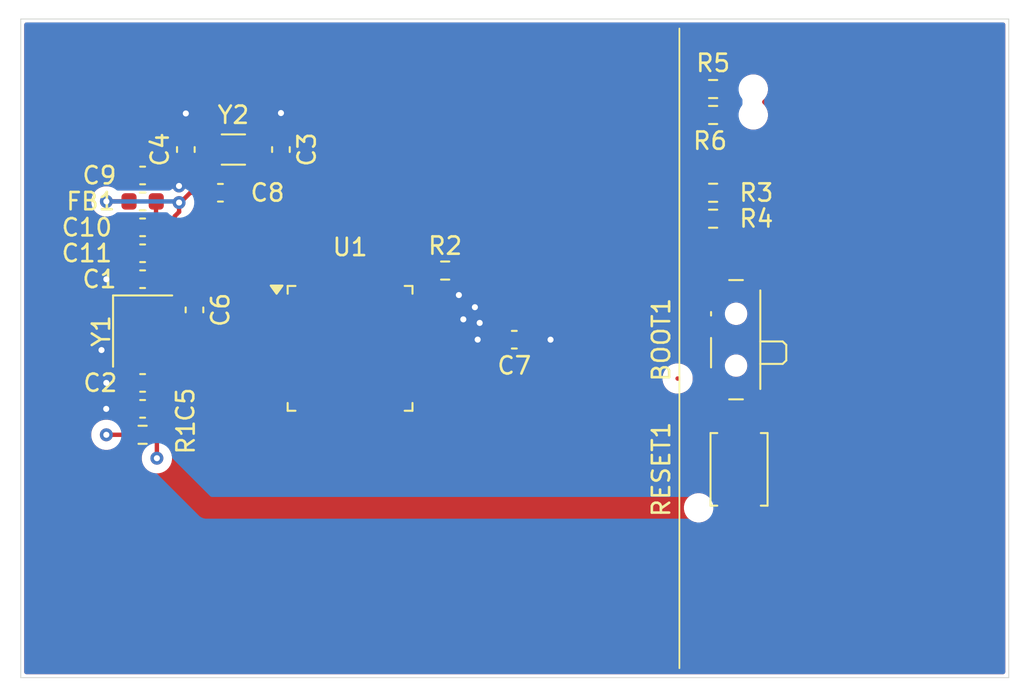
<source format=kicad_pcb>
(kicad_pcb (version 20241229) (generator "pcbnew") (generator_version "9.0")
  (layers (0 "F.Cu" signal) (2 "B.Cu" signal) (13 "F.Paste" user) (15 "B.Paste" user) (5 "F.SilkS" user "F.Silkscreen") (7 "B.SilkS" user "B.Silkscreen") (1 "F.Mask" user) (3 "B.Mask" user) (25 "Edge.Cuts" user))
  (net 0 "")
  (net 1 "GND")
  (net 2 "+3V3")
  (net 3 "BOOT0")
  (net 4 "PF2")
  (net 5 "OSC-OUT")
  (net 6 "PA10")
  (net 7 "PA15")
  (net 8 "VREF+")
  (net 9 "OSC-IN")
  (net 10 "OSC32-IN")
  (net 11 "OSC32-OUT")
  (net 12 "PB11")
  (net 13 "PB2")
  (net 14 "PD2")
  (net 15 "MOSI")
  (net 16 "PA13")
  (net 17 "PA1")
  (net 18 "PA11")
  (net 19 "PB13")
  (net 20 "PB0")
  (net 21 "PB14")
  (net 22 "PB10")
  (net 23 "PB9")
  (net 24 "PA12")
  (net 25 "PA4")
  (net 26 "PB15")
  (net 27 "PD3")
  (net 28 "PB6")
  (net 29 "PB3")
  (net 30 "MISO")
  (net 31 "PD1")
  (net 32 "PA3")
  (net 33 "PC15")
  (net 34 "PA0")
  (net 35 "PB1")
  (net 36 "PB4")
  (net 37 "PB12")
  (net 38 "PA8")
  (net 39 "PD0")
  (net 40 "PB5")
  (net 41 "SWCLK")
  (net 42 "SWDIO")
  (net 43 "PA9")
  (net 44 "PA7")
  (net 45 "PA5")
  (net 46 "PB7")
  (net 47 "PB8")
  (net 48 "Net-(BOOT1-B)")
  (footprint "Resistor_SMD:R_0603_1608Metric" (layer "F.Cu") (at 116.25 43.65)
    (property "Reference" "R6" (at -0.175 1.5 0) (layer "F.SilkS"))
    (property "Value" "4K7")
    (fp_line (start -0.237258 -0.5225) (end 0.237258 -0.5225) (stroke (width 0.12)) (layer "F.SilkS"))
    (fp_line (start -0.237258 0.5225) (end 0.237258 0.5225) (stroke (width 0.12)) (layer "F.SilkS"))
    (pad "1" smd roundrect (at -0.825 0) (size 0.8 0.95) (layers "F.Cu" "F.Mask" "F.Paste") (net 43 "PA9"))
    (pad "2" smd roundrect (at 0.825 0) (size 0.8 0.95) (layers "F.Cu" "F.Mask" "F.Paste") (net 2 "+3V3"))
  )
  (footprint "Capacitor_SMD:C_0603_1608Metric" (layer "F.Cu") (at 104.75 56.65 180)
    (property "Reference" "C7" (at 0 -1.5 0) (layer "F.SilkS"))
    (property "Value" "100n")
    (fp_line (start -0.14058 0.51) (end 0.14058 0.51) (stroke (width 0.12)) (layer "F.SilkS"))
    (fp_line (start -0.14058 -0.51) (end 0.14058 -0.51) (stroke (width 0.12)) (layer "F.SilkS"))
    (pad "1" smd roundrect (at -0.775 0 180) (size 0.9 0.95) (layers "F.Cu" "F.Mask" "F.Paste") (net 1 "GND"))
    (pad "2" smd roundrect (at 0.775 0 180) (size 0.9 0.95) (layers "F.Cu" "F.Mask" "F.Paste") (net 2 "+3V3"))
  )
  (footprint "Resistor_SMD:R_0603_1608Metric" (layer "F.Cu") (at 100.75 52.65)
    (property "Reference" "R2" (at 0 -1.43 0) (layer "F.SilkS"))
    (property "Value" "10K" (hide yes))
    (fp_line (start -0.237258 -0.5225) (end 0.237258 -0.5225) (stroke (width 0.12)) (layer "F.SilkS"))
    (fp_line (start -0.237258 0.5225) (end 0.237258 0.5225) (stroke (width 0.12)) (layer "F.SilkS"))
    (pad "1" smd roundrect (at -0.825 0) (size 0.8 0.95) (layers "F.Cu" "F.Mask" "F.Paste") (net 3 "BOOT0"))
    (pad "2" smd roundrect (at 0.825 0) (size 0.8 0.95) (layers "F.Cu" "F.Mask" "F.Paste") (net 48 "Net-(BOOT1-B)"))
  )
  (footprint "Capacitor_SMD:C_0603_1608Metric" (layer "F.Cu") (at 85.75 45.65 -90)
    (property "Reference" "C4" (at 0 1.5 90) (layer "F.SilkS"))
    (property "Value" "12p")
    (fp_line (start -0.14058 0.51) (end 0.14058 0.51) (stroke (width 0.12)) (layer "F.SilkS"))
    (fp_line (start -0.14058 -0.51) (end 0.14058 -0.51) (stroke (width 0.12)) (layer "F.SilkS"))
    (pad "1" smd roundrect (at -0.775 0 270) (size 0.9 0.95) (layers "F.Cu" "F.Mask" "F.Paste") (net 1 "GND"))
    (pad "2" smd roundrect (at 0.775 0 270) (size 0.9 0.95) (layers "F.Cu" "F.Mask" "F.Paste") (net 11 "OSC32-OUT"))
  )
  (footprint "Capacitor_SMD:C_0603_1608Metric" (layer "F.Cu") (at 87.75 48.15 180)
    (property "Reference" "C8" (at -2.725 0 0) (layer "F.SilkS"))
    (property "Value" "100n")
    (fp_line (start -0.14058 0.51) (end 0.14058 0.51) (stroke (width 0.12)) (layer "F.SilkS"))
    (fp_line (start -0.14058 -0.51) (end 0.14058 -0.51) (stroke (width 0.12)) (layer "F.SilkS"))
    (pad "1" smd roundrect (at -0.775 0 180) (size 0.9 0.95) (layers "F.Cu" "F.Mask" "F.Paste") (net 1 "GND"))
    (pad "2" smd roundrect (at 0.775 0 180) (size 0.9 0.95) (layers "F.Cu" "F.Mask" "F.Paste") (net 2 "+3V3"))
  )
  (footprint "Capacitor_SMD:C_0603_1608Metric" (layer "F.Cu") (at 83.25 51.65)
    (property "Reference" "C11" (at -3.225 0 0) (layer "F.SilkS"))
    (property "Value" "100n" (hide yes))
    (fp_line (start -0.14058 -0.51) (end 0.14058 -0.51) (stroke (width 0.12)) (layer "F.SilkS"))
    (fp_line (start -0.14058 0.51) (end 0.14058 0.51) (stroke (width 0.12)) (layer "F.SilkS"))
    (pad "1" smd roundrect (at -0.775 0) (size 0.9 0.95) (layers "F.Cu" "F.Mask" "F.Paste") (net 1 "GND"))
    (pad "2" smd roundrect (at 0.775 0) (size 0.9 0.95) (layers "F.Cu" "F.Mask" "F.Paste") (net 8 "VREF+"))
  )
  (footprint "Capacitor_SMD:C_0603_1608Metric" (layer "F.Cu") (at 86.25 54.925 90)
    (property "Reference" "C6" (at 0 1.5 90) (layer "F.SilkS"))
    (property "Value" "100n" (hide yes))
    (fp_line (start -0.14058 -0.51) (end 0.14058 -0.51) (stroke (width 0.12)) (layer "F.SilkS"))
    (fp_line (start -0.14058 0.51) (end 0.14058 0.51) (stroke (width 0.12)) (layer "F.SilkS"))
    (pad "1" smd roundrect (at -0.775 0 90) (size 0.9 0.95) (layers "F.Cu" "F.Mask" "F.Paste") (net 1 "GND"))
    (pad "2" smd roundrect (at 0.775 0 90) (size 0.9 0.95) (layers "F.Cu" "F.Mask" "F.Paste") (net 2 "+3V3"))
  )
  (footprint "Crystal:Crystal_SMD_3215-2Pin_3.2x1.5mm" (layer "F.Cu") (at 88.5 45.65)
    (property "Reference" "Y2" (at 0 -2 0) (layer "F.SilkS"))
    (property "Value" "32.768kHz SMD3215-2P")
    (fp_line (start -0.675 -0.875) (end 0.675 -0.875) (stroke (width 0.12)) (layer "F.SilkS"))
    (fp_line (start -0.675 0.875) (end 0.675 0.875) (stroke (width 0.12)) (layer "F.SilkS"))
    (pad "1" smd rect (at 1.25 0) (size 1 1.8) (layers "F.Cu" "F.Mask" "F.Paste") (net 10 "OSC32-IN"))
    (pad "2" smd rect (at -1.25 0) (size 1 1.8) (layers "F.Cu" "F.Mask" "F.Paste") (net 11 "OSC32-OUT"))
  )
  (footprint "Resistor_SMD:R_0603_1608Metric" (layer "F.Cu") (at 116.25 49.65)
    (property "Reference" "R4" (at 2.5 0 0) (layer "F.SilkS"))
    (property "Value" "33R" (hide yes))
    (fp_line (start -0.237258 -0.5225) (end 0.237258 -0.5225) (stroke (width 0.12)) (layer "F.SilkS"))
    (fp_line (start -0.237258 0.5225) (end 0.237258 0.5225) (stroke (width 0.12)) (layer "F.SilkS"))
    (pad "1" smd roundrect (at -0.825 0) (size 0.8 0.95) (layers "F.Cu" "F.Mask" "F.Paste") (net 16 "PA13"))
    (pad "2" smd roundrect (at 0.825 0) (size 0.8 0.95) (layers "F.Cu" "F.Mask" "F.Paste") (net 42 "SWDIO"))
  )
  (footprint "Capacitor_SMD:C_0603_1608Metric" (layer "F.Cu") (at 83.25 60.65 180)
    (property "Reference" "C5" (at -2.476483 0.23694 90) (layer "F.SilkS"))
    (property "Value" "100n")
    (fp_line (start -0.14058 0.51) (end 0.14058 0.51) (stroke (width 0.12)) (layer "F.SilkS"))
    (fp_line (start -0.14058 -0.51) (end 0.14058 -0.51) (stroke (width 0.12)) (layer "F.SilkS"))
    (pad "1" smd roundrect (at -0.775 0 180) (size 0.9 0.95) (layers "F.Cu" "F.Mask" "F.Paste") (net 4 "PF2"))
    (pad "2" smd roundrect (at 0.775 0 180) (size 0.9 0.95) (layers "F.Cu" "F.Mask" "F.Paste") (net 1 "GND"))
  )
  (footprint "Capacitor_SMD:C_0603_1608Metric" (layer "F.Cu") (at 91.25 45.65 -90)
    (property "Reference" "C3" (at 0 -1.5 90) (layer "F.SilkS"))
    (property "Value" "12p")
    (fp_line (start -0.14058 0.51) (end 0.14058 0.51) (stroke (width 0.12)) (layer "F.SilkS"))
    (fp_line (start -0.14058 -0.51) (end 0.14058 -0.51) (stroke (width 0.12)) (layer "F.SilkS"))
    (pad "1" smd roundrect (at -0.775 0 270) (size 0.9 0.95) (layers "F.Cu" "F.Mask" "F.Paste") (net 1 "GND"))
    (pad "2" smd roundrect (at 0.775 0 270) (size 0.9 0.95) (layers "F.Cu" "F.Mask" "F.Paste") (net 10 "OSC32-IN"))
  )
  (footprint "Capacitor_SMD:C_0603_1608Metric" (layer "F.Cu") (at 83.25 50.15)
    (property "Reference" "C10" (at -3.225 0.01 0) (layer "F.SilkS"))
    (property "Value" "1u" (hide yes))
    (fp_line (start -0.14058 -0.51) (end 0.14058 -0.51) (stroke (width 0.12)) (layer "F.SilkS"))
    (fp_line (start -0.14058 0.51) (end 0.14058 0.51) (stroke (width 0.12)) (layer "F.SilkS"))
    (pad "1" smd roundrect (at -0.775 0) (size 0.9 0.95) (layers "F.Cu" "F.Mask" "F.Paste") (net 1 "GND"))
    (pad "2" smd roundrect (at 0.775 0) (size 0.9 0.95) (layers "F.Cu" "F.Mask" "F.Paste") (net 8 "VREF+"))
  )
  (footprint "Capacitor_SMD:C_0603_1608Metric" (layer "F.Cu") (at 83.25 47.15 180)
    (property "Reference" "C9" (at 2.5 0 0) (layer "F.SilkS"))
    (property "Value" "10n" (hide yes))
    (fp_line (start -0.14058 0.51) (end 0.14058 0.51) (stroke (width 0.12)) (layer "F.SilkS"))
    (fp_line (start -0.14058 -0.51) (end 0.14058 -0.51) (stroke (width 0.12)) (layer "F.SilkS"))
    (pad "1" smd roundrect (at -0.775 0 180) (size 0.9 0.95) (layers "F.Cu" "F.Mask" "F.Paste") (net 1 "GND"))
    (pad "2" smd roundrect (at 0.775 0 180) (size 0.9 0.95) (layers "F.Cu" "F.Mask" "F.Paste") (net 2 "+3V3"))
  )
  (footprint "Package_QFP:LQFP-48_7x7mm_P0.5mm" (layer "F.Cu") (at 95.25 57.15)
    (property "Reference" "U1" (at 0 -5.85 0) (layer "F.SilkS"))
    (property "Value" "STM32G0B1CBTxN" (hide yes))
    (fp_line (start -3.61 -3.61) (end -3.16 -3.61) (stroke (width 0.12)) (layer "F.SilkS"))
    (fp_line (start -3.61 -3.16) (end -3.61 -3.61) (stroke (width 0.12)) (layer "F.SilkS"))
    (fp_line (start -3.61 3.61) (end -3.61 3.16) (stroke (width 0.12)) (layer "F.SilkS"))
    (fp_line (start -3.16 3.61) (end -3.61 3.61) (stroke (width 0.12)) (layer "F.SilkS"))
    (fp_line (start 3.16 -3.61) (end 3.61 -3.61) (stroke (width 0.12)) (layer "F.SilkS"))
    (fp_line (start 3.61 -3.61) (end 3.61 -3.16) (stroke (width 0.12)) (layer "F.SilkS"))
    (fp_line (start 3.61 3.16) (end 3.61 3.61) (stroke (width 0.12)) (layer "F.SilkS"))
    (fp_line (start 3.61 3.61) (end 3.16 3.61) (stroke (width 0.12)) (layer "F.SilkS"))
    (fp_poly (pts (xy -4.25 -3.16) (xy -4.59 -3.63) (xy -3.91 -3.63)) (stroke (width 0.12)) (fill yes) (layer "F.SilkS"))
    (pad "1" smd roundrect (at -4.1625 -2.75) (size 1.475 0.3) (layers "F.Cu" "F.Mask" "F.Paste") (net 10 "OSC32-IN"))
    (pad "2" smd roundrect (at -4.1625 -2.25) (size 1.475 0.3) (layers "F.Cu" "F.Mask" "F.Paste") (net 11 "OSC32-OUT"))
    (pad "3" smd roundrect (at -4.1625 -1.75) (size 1.475 0.3) (layers "F.Cu" "F.Mask" "F.Paste") (net 33 "PC15"))
    (pad "4" smd roundrect (at -4.1625 -1.25) (size 1.475 0.3) (layers "F.Cu" "F.Mask" "F.Paste") (net 2 "+3V3"))
    (pad "5" smd roundrect (at -4.1625 -0.75) (size 1.475 0.3) (layers "F.Cu" "F.Mask" "F.Paste") (net 8 "VREF+"))
    (pad "6" smd roundrect (at -4.1625 -0.25) (size 1.475 0.3) (layers "F.Cu" "F.Mask" "F.Paste") (net 2 "+3V3"))
    (pad "7" smd roundrect (at -4.1625 0.25) (size 1.475 0.3) (layers "F.Cu" "F.Mask" "F.Paste") (net 1 "GND"))
    (pad "8" smd roundrect (at -4.1625 0.75) (size 1.475 0.3) (layers "F.Cu" "F.Mask" "F.Paste") (net 9 "OSC-IN"))
    (pad "9" smd roundrect (at -4.1625 1.25) (size 1.475 0.3) (layers "F.Cu" "F.Mask" "F.Paste") (net 5 "OSC-OUT"))
    (pad "10" smd roundrect (at -4.1625 1.75) (size 1.475 0.3) (layers "F.Cu" "F.Mask" "F.Paste") (net 4 "PF2"))
    (pad "11" smd roundrect (at -4.1625 2.25) (size 1.475 0.3) (layers "F.Cu" "F.Mask" "F.Paste") (net 34 "PA0"))
    (pad "12" smd roundrect (at -4.1625 2.75) (size 1.475 0.3) (layers "F.Cu" "F.Mask" "F.Paste") (net 17 "PA1"))
    (pad "13" smd roundrect (at -2.75 4.1625) (size 0.3 1.475) (layers "F.Cu" "F.Mask" "F.Paste") (net 15 "MOSI"))
    (pad "14" smd roundrect (at -2.25 4.1625) (size 0.3 1.475) (layers "F.Cu" "F.Mask" "F.Paste") (net 32 "PA3"))
    (pad "15" smd roundrect (at -1.75 4.1625) (size 0.3 1.475) (layers "F.Cu" "F.Mask" "F.Paste") (net 25 "PA4"))
    (pad "16" smd roundrect (at -1.25 4.1625) (size 0.3 1.475) (layers "F.Cu" "F.Mask" "F.Paste") (net 45 "PA5"))
    (pad "17" smd roundrect (at -0.75 4.1625) (size 0.3 1.475) (layers "F.Cu" "F.Mask" "F.Paste") (net 30 "MISO"))
    (pad "18" smd roundrect (at -0.25 4.1625) (size 0.3 1.475) (layers "F.Cu" "F.Mask" "F.Paste") (net 44 "PA7"))
    (pad "19" smd roundrect (at 0.25 4.1625) (size 0.3 1.475) (layers "F.Cu" "F.Mask" "F.Paste") (net 20 "PB0"))
    (pad "20" smd roundrect (at 0.75 4.1625) (size 0.3 1.475) (layers "F.Cu" "F.Mask" "F.Paste") (net 35 "PB1"))
    (pad "21" smd roundrect (at 1.25 4.1625) (size 0.3 1.475) (layers "F.Cu" "F.Mask" "F.Paste") (net 13 "PB2"))
    (pad "22" smd roundrect (at 1.75 4.1625) (size 0.3 1.475) (layers "F.Cu" "F.Mask" "F.Paste") (net 22 "PB10"))
    (pad "23" smd roundrect (at 2.25 4.1625) (size 0.3 1.475) (layers "F.Cu" "F.Mask" "F.Paste") (net 12 "PB11"))
    (pad "24" smd roundrect (at 2.75 4.1625) (size 0.3 1.475) (layers "F.Cu" "F.Mask" "F.Paste") (net 37 "PB12"))
    (pad "25" smd roundrect (at 4.1625 2.75) (size 1.475 0.3) (layers "F.Cu" "F.Mask" "F.Paste") (net 19 "PB13"))
    (pad "26" smd roundrect (at 4.1625 2.25) (size 1.475 0.3) (layers "F.Cu" "F.Mask" "F.Paste") (net 21 "PB14"))
    (pad "27" smd roundrect (at 4.1625 1.75) (size 1.475 0.3) (layers "F.Cu" "F.Mask" "F.Paste") (net 26 "PB15"))
    (pad "28" smd roundrect (at 4.1625 1.25) (size 1.475 0.3) (layers "F.Cu" "F.Mask" "F.Paste") (net 38 "PA8"))
    (pad "29" smd roundrect (at 4.1625 0.75) (size 1.475 0.3) (layers "F.Cu" "F.Mask" "F.Paste") (net 43 "PA9"))
    (pad "30" smd roundrect (at 4.1625 0.25) (size 1.475 0.3) (layers "F.Cu" "F.Mask" "F.Paste") (net 1 "GND"))
    (pad "31" smd roundrect (at 4.1625 -0.25) (size 1.475 0.3) (layers "F.Cu" "F.Mask" "F.Paste") (net 2 "+3V3"))
    (pad "32" smd roundrect (at 4.1625 -0.75) (size 1.475 0.3) (layers "F.Cu" "F.Mask" "F.Paste") (net 6 "PA10"))
    (pad "33" smd roundrect (at 4.1625 -1.25) (size 1.475 0.3) (layers "F.Cu" "F.Mask" "F.Paste") (net 18 "PA11"))
    (pad "34" smd roundrect (at 4.1625 -1.75) (size 1.475 0.3) (layers "F.Cu" "F.Mask" "F.Paste") (net 24 "PA12"))
    (pad "35" smd roundrect (at 4.1625 -2.25) (size 1.475 0.3) (layers "F.Cu" "F.Mask" "F.Paste") (net 16 "PA13"))
    (pad "36" smd roundrect (at 4.1625 -2.75) (size 1.475 0.3) (layers "F.Cu" "F.Mask" "F.Paste") (net 3 "BOOT0"))
    (pad "37" smd roundrect (at 2.75 -4.1625) (size 0.3 1.475) (layers "F.Cu" "F.Mask" "F.Paste") (net 7 "PA15"))
    (pad "38" smd roundrect (at 2.25 -4.1625) (size 0.3 1.475) (layers "F.Cu" "F.Mask" "F.Paste") (net 39 "PD0"))
    (pad "39" smd roundrect (at 1.75 -4.1625) (size 0.3 1.475) (layers "F.Cu" "F.Mask" "F.Paste") (net 31 "PD1"))
    (pad "40" smd roundrect (at 1.25 -4.1625) (size 0.3 1.475) (layers "F.Cu" "F.Mask" "F.Paste") (net 14 "PD2"))
    (pad "41" smd roundrect (at 0.75 -4.1625) (size 0.3 1.475) (layers "F.Cu" "F.Mask" "F.Paste") (net 27 "PD3"))
    (pad "42" smd roundrect (at 0.25 -4.1625) (size 0.3 1.475) (layers "F.Cu" "F.Mask" "F.Paste") (net 29 "PB3"))
    (pad "43" smd roundrect (at -0.25 -4.1625) (size 0.3 1.475) (layers "F.Cu" "F.Mask" "F.Paste") (net 36 "PB4"))
    (pad "44" smd roundrect (at -0.75 -4.1625) (size 0.3 1.475) (layers "F.Cu" "F.Mask" "F.Paste") (net 40 "PB5"))
    (pad "45" smd roundrect (at -1.25 -4.1625) (size 0.3 1.475) (layers "F.Cu" "F.Mask" "F.Paste") (net 28 "PB6"))
    (pad "46" smd roundrect (at -1.75 -4.1625) (size 0.3 1.475) (layers "F.Cu" "F.Mask" "F.Paste") (net 46 "PB7"))
    (pad "47" smd roundrect (at -2.25 -4.1625) (size 0.3 1.475) (layers "F.Cu" "F.Mask" "F.Paste") (net 47 "PB8"))
    (pad "48" smd roundrect (at -2.75 -4.1625) (size 0.3 1.475) (layers "F.Cu" "F.Mask" "F.Paste") (net 23 "PB9"))
  )
  (footprint "Resistor_SMD:R_0603_1608Metric" (layer "F.Cu") (at 83.25 62.15)
    (property "Reference" "R1" (at 2.497553 0.146774 90) (layer "F.SilkS"))
    (property "Value" "10K")
    (fp_line (start -0.237258 -0.5225) (end 0.237258 -0.5225) (stroke (width 0.12)) (layer "F.SilkS"))
    (fp_line (start -0.237258 0.5225) (end 0.237258 0.5225) (stroke (width 0.12)) (layer "F.SilkS"))
    (pad "1" smd roundrect (at -0.825 0) (size 0.8 0.95) (layers "F.Cu" "F.Mask" "F.Paste") (net 2 "+3V3"))
    (pad "2" smd roundrect (at 0.825 0) (size 0.8 0.95) (layers "F.Cu" "F.Mask" "F.Paste") (net 4 "PF2"))
  )
  (footprint "Capacitor_SMD:C_0603_1608Metric" (layer "F.Cu") (at 83.25 59.15)
    (property "Reference" "C2" (at -2.448717 0.002332 180) (layer "F.SilkS"))
    (property "Value" "10p")
    (fp_line (start -0.14058 -0.51) (end 0.14058 -0.51) (stroke (width 0.12)) (layer "F.SilkS"))
    (fp_line (start -0.14058 0.51) (end 0.14058 0.51) (stroke (width 0.12)) (layer "F.SilkS"))
    (pad "1" smd roundrect (at -0.775 0) (size 0.9 0.95) (layers "F.Cu" "F.Mask" "F.Paste") (net 1 "GND"))
    (pad "2" smd roundrect (at 0.775 0) (size 0.9 0.95) (layers "F.Cu" "F.Mask" "F.Paste") (net 5 "OSC-OUT"))
  )
  (footprint "Resistor_SMD:R_0603_1608Metric" (layer "F.Cu") (at 116.25 42.15 180)
    (property "Reference" "R5" (at 0 1.5 0) (layer "F.SilkS"))
    (property "Value" "4K7")
    (fp_line (start -0.237258 0.5225) (end 0.237258 0.5225) (stroke (width 0.12)) (layer "F.SilkS"))
    (fp_line (start -0.237258 -0.5225) (end 0.237258 -0.5225) (stroke (width 0.12)) (layer "F.SilkS"))
    (pad "1" smd roundrect (at -0.825 0 180) (size 0.8 0.95) (layers "F.Cu" "F.Mask" "F.Paste") (net 2 "+3V3"))
    (pad "2" smd roundrect (at 0.825 0 180) (size 0.8 0.95) (layers "F.Cu" "F.Mask" "F.Paste") (net 6 "PA10"))
  )
  (footprint "Inductor_SMD:L_0603_1608Metric" (layer "F.Cu") (at 83.25 48.65 180)
    (property "Reference" "FB1" (at 3 0 0) (layer "F.SilkS"))
    (property "Value" "1KΩ 100MHz")
    (fp_line (start -0.162779 0.51) (end 0.162779 0.51) (stroke (width 0.12)) (layer "F.SilkS"))
    (fp_line (start -0.162779 -0.51) (end 0.162779 -0.51) (stroke (width 0.12)) (layer "F.SilkS"))
    (pad "1" smd roundrect (at -0.7875 0 180) (size 0.875 0.95) (layers "F.Cu" "F.Mask" "F.Paste") (net 8 "VREF+"))
    (pad "2" smd roundrect (at 0.7875 0 180) (size 0.875 0.95) (layers "F.Cu" "F.Mask" "F.Paste") (net 2 "+3V3"))
  )
  (footprint "Resistor_SMD:R_0603_1608Metric" (layer "F.Cu") (at 116.25 48.15)
    (property "Reference" "R3" (at 2.5 0 0) (layer "F.SilkS"))
    (property "Value" "33R" (hide yes))
    (fp_line (start -0.237258 -0.5225) (end 0.237258 -0.5225) (stroke (width 0.12)) (layer "F.SilkS"))
    (fp_line (start -0.237258 0.5225) (end 0.237258 0.5225) (stroke (width 0.12)) (layer "F.SilkS"))
    (pad "1" smd roundrect (at -0.825 0) (size 0.8 0.95) (layers "F.Cu" "F.Mask" "F.Paste") (net 3 "BOOT0"))
    (pad "2" smd roundrect (at 0.825 0) (size 0.8 0.95) (layers "F.Cu" "F.Mask" "F.Paste") (net 41 "SWCLK"))
  )
  (footprint "Crystal:Crystal_SMD_3225-4Pin_3.2x2.5mm" (layer "F.Cu") (at 83.25 56.15 -90)
    (property "Reference" "Y1" (at -0.0023 2.3958 90) (layer "F.SilkS"))
    (property "Value" "8Mhz SMD3225-4P")
    (fp_line (start -2.06 1.71) (end 2.06 1.71) (stroke (width 0.12)) (layer "F.SilkS"))
    (fp_line (start -2.06 -1.71) (end -2.06 1.71) (stroke (width 0.12)) (layer "F.SilkS"))
    (pad "1" smd roundrect (at -1.1 0.85 270) (size 1.4 1.2) (layers "F.Cu" "F.Mask" "F.Paste") (roundrect_rratio 0.208333) (net 9 "OSC-IN"))
    (pad "2" smd roundrect (at 1.1 0.85 270) (size 1.4 1.2) (layers "F.Cu" "F.Mask" "F.Paste") (roundrect_rratio 0.208333) (net 1 "GND"))
    (pad "3" smd roundrect (at 1.1 -0.85 270) (size 1.4 1.2) (layers "F.Cu" "F.Mask" "F.Paste") (roundrect_rratio 0.208333) (net 5 "OSC-OUT"))
    (pad "4" smd roundrect (at -1.1 -0.85 270) (size 1.4 1.2) (layers "F.Cu" "F.Mask" "F.Paste") (roundrect_rratio 0.208333) (net 1 "GND"))
  )
  (footprint "Button_Switch_SMD:SW_SPDT_PCM12" (layer "F.Cu") (at 117.25 56.65 90)
    (property "Reference" "BOOT1" (at 0 -4 90) (layer "F.SilkS"))
    (property "Value" "SW-Boot")
    (fp_line (start 1.4 -1.12) (end 1.6 -1.12) (stroke (width 0.12)) (layer "F.SilkS"))
    (fp_line (start -1.6 -1.12) (end 0.1 -1.12) (stroke (width 0.12)) (layer "F.SilkS"))
    (fp_line (start -3.45 -0.07) (end -3.45 0.72) (stroke (width 0.12)) (layer "F.SilkS"))
    (fp_line (start 3.45 0.72) (end 3.45 -0.07) (stroke (width 0.12)) (layer "F.SilkS"))
    (fp_line (start -1.4 1.73) (end -1.4 3.02) (stroke (width 0.12)) (layer "F.SilkS"))
    (fp_line (start -2.85 1.73) (end 2.85 1.73) (stroke (width 0.12)) (layer "F.SilkS"))
    (fp_line (start -0.1 3.02) (end -0.1 1.73) (stroke (width 0.12)) (layer "F.SilkS"))
    (fp_line (start -0.1 3.02) (end -0.3 3.23) (stroke (width 0.12)) (layer "F.SilkS"))
    (fp_line (start -1.4 3.02) (end -1.2 3.23) (stroke (width 0.12)) (layer "F.SilkS"))
    (fp_line (start -1.2 3.23) (end -0.3 3.23) (stroke (width 0.12)) (layer "F.SilkS"))
    (pad "" smd rect (at -3.65 -0.78 90) (size 1 0.8) (layers "F.Cu" "F.Mask" "F.Paste"))
    (pad "" smd rect (at -3.65 1.43 90) (size 1 0.8) (layers "F.Cu" "F.Mask" "F.Paste"))
    (pad "" np_thru_hole circle (at -1.5 0.33 90) (size 0.9 0.9) (drill 0.9) (layers "*.Cu" "*.Mask"))
    (pad "" np_thru_hole circle (at 1.5 0.33 90) (size 0.9 0.9) (drill 0.9) (layers "*.Cu" "*.Mask"))
    (pad "" smd rect (at 3.65 -0.78 90) (size 1 0.8) (layers "F.Cu" "F.Mask" "F.Paste"))
    (pad "" smd rect (at 3.65 1.43 90) (size 1 0.8) (layers "F.Cu" "F.Mask" "F.Paste"))
    (pad "1" smd rect (at -2.25 -1.43 90) (size 0.7 1.5) (layers "F.Cu" "F.Mask" "F.Paste") (net 2 "+3V3"))
    (pad "2" smd rect (at 0.75 -1.43 90) (size 0.7 1.5) (layers "F.Cu" "F.Mask" "F.Paste") (net 48 "Net-(BOOT1-B)"))
    (pad "3" smd rect (at 2.25 -1.43 90) (size 0.7 1.5) (layers "F.Cu" "F.Mask" "F.Paste") (net 1 "GND"))
  )
  (footprint "Capacitor_SMD:C_0603_1608Metric" (layer "F.Cu") (at 83.25 53.15)
    (property "Reference" "C1" (at -2.5 0 180) (layer "F.SilkS"))
    (property "Value" "10p")
    (fp_line (start -0.14058 -0.51) (end 0.14058 -0.51) (stroke (width 0.12)) (layer "F.SilkS"))
    (fp_line (start -0.14058 0.51) (end 0.14058 0.51) (stroke (width 0.12)) (layer "F.SilkS"))
    (pad "1" smd roundrect (at -0.775 0) (size 0.9 0.95) (layers "F.Cu" "F.Mask" "F.Paste") (net 1 "GND"))
    (pad "2" smd roundrect (at 0.775 0) (size 0.9 0.95) (layers "F.Cu" "F.Mask" "F.Paste") (net 9 "OSC-IN"))
  )
  (footprint "Button_Switch_SMD:SW_SPST_TS-1088-xR020" (layer "F.Cu") (at 117.75 64.15 90)
    (property "Reference" "RESET1" (at 0 -4.5 90) (layer "F.SilkS"))
    (property "Value" "SW-Rst")
    (fp_line (start 2.1 -1.65) (end 2.1 -1.26) (stroke (width 0.12)) (layer "F.SilkS"))
    (fp_line (start -2.1 -1.65) (end 2.1 -1.65) (stroke (width 0.12)) (layer "F.SilkS"))
    (fp_line (start -2.1 -1.26) (end -2.1 -1.65) (stroke (width 0.12)) (layer "F.SilkS"))
    (fp_line (start -2.1 1.26) (end -2.1 1.65) (stroke (width 0.12)) (layer "F.SilkS"))
    (fp_line (start 2.1 1.65) (end 2.1 1.26) (stroke (width 0.12)) (layer "F.SilkS"))
    (fp_line (start -2.1 1.65) (end 2.1 1.65) (stroke (width 0.12)) (layer "F.SilkS"))
    (pad "1" smd roundrect (at -2.225 0 90) (size 1.05 2) (layers "F.Cu" "F.Mask" "F.Paste") (roundrect_rratio 0.2380952381) (net 4 "PF2"))
    (pad "2" smd roundrect (at 2.225 0 90) (size 1.05 2) (layers "F.Cu" "F.Mask" "F.Paste") (roundrect_rratio 0.2380952381) (net 1 "GND"))
  )
  (gr_line (start 114.3 38.65) (end 114.3 75.65) (stroke (width 0.1)) (layer "F.SilkS"))
  (gr_line (start 133.35 76.2) (end 133.35 38.1) (stroke (width 0.05)) (layer "Edge.Cuts"))
  (gr_line (start 133.35 38.1) (end 76.2 38.1) (stroke (width 0.05)) (layer "Edge.Cuts"))
  (gr_line (start 76.2 76.2) (end 133.35 76.2) (stroke (width 0.05)) (layer "Edge.Cuts"))
  (gr_line (start 76.2 38.1) (end 76.2 76.2) (stroke (width 0.05)) (layer "Edge.Cuts"))
  (segment (start 85.75 44.875) (end 85.75 43.563121) (width 0.254) (layer "F.Cu") (net 1))
  (segment (start 84.1 55.55) (end 82.4 57.25) (width 0.254) (layer "F.Cu") (net 1))
  (segment (start 82.475 51.65) (end 82.475 50.15) (width 0.254) (layer "F.Cu") (net 1))
  (segment (start 106.844701 56.65) (end 106.846001 56.6487) (width 0.254) (layer "F.Cu") (net 1))
  (segment (start 84.025 47.15) (end 84.746797 47.15) (width 0.254) (layer "F.Cu") (net 1))
  (segment (start 82.475 59.15) (end 81.153252 59.15) (width 0.254) (layer "F.Cu") (net 1))
  (segment (start 80.872731 57.25) (end 80.871813 57.249082) (width 0.254) (layer "F.Cu") (net 1))
  (segment (start 91.25 43.542288) (end 91.252846 43.539442) (width 0.254) (layer "F.Cu") (net 1))
  (segment (start 81.14496 60.65) (end 81.143912 60.651048) (width 0.254) (layer "F.Cu") (net 1))
  (segment (start 84.746797 47.15) (end 85.35413 47.757333) (width 0.254) (layer "F.Cu") (net 1))
  (segment (start 91.0875 57.4) (end 87.692977 57.4) (width 0.254) (layer "F.Cu") (net 1))
  (segment (start 82.4 57.25) (end 80.872731 57.25) (width 0.254) (layer "F.Cu") (net 1))
  (segment (start 82.475 60.65) (end 81.14496 60.65) (width 0.254) (layer "F.Cu") (net 1))
  (segment (start 85.75 43.563121) (end 85.749229 43.56235) (width 0.254) (layer "F.Cu") (net 1))
  (segment (start 84.1 55.05) (end 84.1 55.55) (width 0.254) (layer "F.Cu") (net 1))
  (segment (start 82.475 53.15) (end 82.475 51.65) (width 0.254) (layer "F.Cu") (net 1))
  (segment (start 105.525 56.65) (end 106.844701 56.65) (width 0.254) (layer "F.Cu") (net 1))
  (segment (start 82.475 53.15) (end 81.154256 53.15) (width 0.254) (layer "F.Cu") (net 1))
  (segment (start 91.25 44.875) (end 91.25 43.542288) (width 0.254) (layer "F.Cu") (net 1))
  (segment (start 87.692977 57.4) (end 86.25 55.957023) (width 0.254) (layer "F.Cu") (net 1))
  (segment (start 82.4 57) (end 82.4 57.25) (width 0.254) (layer "F.Cu") (net 1))
  (segment (start 86.25 55.957023) (end 86.25 55.7) (width 0.254) (layer "F.Cu") (net 1))
  (segment (start 81.154256 53.15) (end 81.152248 53.152008) (width 0.254) (layer "F.Cu") (net 1))
  (segment (start 81.153252 59.15) (end 81.151523 59.148271) (width 0.254) (layer "F.Cu") (net 1))
  (via (at 81.152248 53.152008) (size 0.75) (drill 0.35) (layers "F.Cu" "B.Cu") (net 1))
  (via (at 85.35413 47.757333) (size 0.75) (drill 0.35) (layers "F.Cu" "B.Cu") (net 1))
  (via (at 80.871813 57.249082) (size 0.75) (drill 0.35) (layers "F.Cu" "B.Cu") (net 1))
  (via (at 81.151523 59.148271) (size 0.75) (drill 0.35) (layers "F.Cu" "B.Cu") (net 1))
  (via (at 106.846001 56.6487) (size 0.75) (drill 0.35) (layers "F.Cu" "B.Cu") (net 1))
  (via (at 85.749229 43.56235) (size 0.75) (drill 0.35) (layers "F.Cu" "B.Cu") (net 1))
  (via (at 91.252846 43.539442) (size 0.75) (drill 0.35) (layers "F.Cu" "B.Cu") (net 1))
  (via (at 81.143912 60.651048) (size 0.75) (drill 0.35) (layers "F.Cu" "B.Cu") (net 1))
  (segment (start 87.338454 54.57192) (end 86.916534 54.15) (width 0.254) (layer "F.Cu") (net 2))
  (segment (start 88.622189 55.9) (end 91.0875 55.9) (width 0.254) (layer "F.Cu") (net 2))
  (segment (start 87.338454 56.365248) (end 87.338454 54.57192) (width 0.254) (layer "F.Cu") (net 2))
  (segment (start 85.358566 48.717345) (end 85.43648 48.717345) (width 0.254) (layer "F.Cu") (net 2))
  (segment (start 85.110777 49.505535) (end 85.110777 51.00259) (width 0.254) (layer "F.Cu") (net 2))
  (segment (start 81.154328 48.65) (end 81.153271 48.651057) (width 0.254) (layer "F.Cu") (net 2))
  (segment (start 114.201641 58.9) (end 114.196237 58.894596) (width 0.254) (layer "F.Cu") (net 2))
  (segment (start 91.0875 56.9) (end 87.873206 56.9) (width 0.254) (layer "F.Cu") (net 2))
  (segment (start 101.754588 56.645412) (end 102.631086 56.645412) (width 0.254) (layer "F.Cu") (net 2))
  (segment (start 85.358566 49.257746) (end 85.110777 49.505535) (width 0.254) (layer "F.Cu") (net 2))
  (segment (start 81.152041 62.15) (end 81.151009 62.151032) (width 0.254) (layer "F.Cu") (net 2))
  (segment (start 87.873206 56.9) (end 87.338454 56.365248) (width 0.254) (layer "F.Cu") (net 2))
  (segment (start 102.635674 56.65) (end 102.631086 56.645412) (width 0.254) (layer "F.Cu") (net 2))
  (segment (start 86.916534 54.15) (end 86.25 54.15) (width 0.254) (layer "F.Cu") (net 2))
  (segment (start 99.4125 56.9) (end 101.5 56.9) (width 0.254) (layer "F.Cu") (net 2))
  (segment (start 82.425 62.15) (end 81.152041 62.15) (width 0.254) (layer "F.Cu") (net 2))
  (segment (start 85.110777 51.00259) (end 88.303521 54.195334) (width 0.254) (layer "F.Cu") (net 2))
  (segment (start 88.303521 55.581332) (end 88.622189 55.9) (width 0.254) (layer "F.Cu") (net 2))
  (segment (start 103.975 56.65) (end 102.635674 56.65) (width 0.254) (layer "F.Cu") (net 2))
  (segment (start 86.003825 48.15) (end 86.975 48.15) (width 0.254) (layer "F.Cu") (net 2))
  (segment (start 88.303521 54.195334) (end 88.303521 55.581332) (width 0.254) (layer "F.Cu") (net 2))
  (segment (start 82.4625 48.65) (end 81.154328 48.65) (width 0.254) (layer "F.Cu") (net 2))
  (segment (start 85.358566 48.717345) (end 85.358566 49.257746) (width 0.254) (layer "F.Cu") (net 2))
  (segment (start 101.5 56.9) (end 101.754588 56.645412) (width 0.254) (layer "F.Cu") (net 2))
  (segment (start 85.43648 48.717345) (end 86.003825 48.15) (width 0.254) (layer "F.Cu") (net 2))
  (via (at 102.631086 56.645412) (size 0.75) (drill 0.35) (layers "F.Cu" "B.Cu") (net 2))
  (via (at 85.358566 48.717345) (size 0.75) (drill 0.35) (layers "F.Cu" "B.Cu") (net 2))
  (via (at 81.153271 48.651057) (size 0.75) (drill 0.35) (layers "F.Cu" "B.Cu") (net 2))
  (via (at 81.151009 62.151032) (size 0.75) (drill 0.35) (layers "F.Cu" "B.Cu") (net 2))
  (segment (start 81.153271 48.651057) (end 85.292278 48.651057) (width 0.254) (layer "B.Cu") (net 2))
  (segment (start 85.292278 48.651057) (end 85.358566 48.717345) (width 0.254) (layer "B.Cu") (net 2))
  (segment (start 99.925 52.65) (end 99.925 53.475) (width 0.254) (layer "F.Cu") (net 3))
  (segment (start 99.925 53.475) (end 99.4125 53.9875) (width 0.254) (layer "F.Cu") (net 3))
  (segment (start 99.4125 53.9875) (end 99.4125 54.4) (width 0.254) (layer "F.Cu") (net 3))
  (segment (start 84.075 62.15) (end 84.075 63.504204) (width 0.254) (layer "F.Cu") (net 4))
  (segment (start 84.025 60.65) (end 84.025 62.1) (width 0.254) (layer "F.Cu") (net 4))
  (segment (start 84.025 62.1) (end 84.075 62.15) (width 0.254) (layer "F.Cu") (net 4))
  (segment (start 85.099888 59.741167) (end 85.099888 60.258892) (width 0.254) (layer "F.Cu") (net 4))
  (segment (start 91.0875 58.9) (end 85.941055 58.9) (width 0.254) (layer "F.Cu") (net 4))
  (segment (start 85.099888 60.258892) (end 84.70878 60.65) (width 0.254) (layer "F.Cu") (net 4))
  (segment (start 85.941055 58.9) (end 85.099888 59.741167) (width 0.254) (layer "F.Cu") (net 4))
  (segment (start 84.70878 60.65) (end 84.025 60.65) (width 0.254) (layer "F.Cu") (net 4))
  (segment (start 84.075 63.504204) (end 84.074467 63.504737) (width 0.254) (layer "F.Cu") (net 4))
  (via (at 84.074467 63.504737) (size 0.75) (drill 0.35) (layers "F.Cu" "B.Cu") (net 4))
  (segment (start 91.0875 58.4) (end 87.253274 58.4) (width 0.254) (layer "F.Cu") (net 5))
  (segment (start 84.1 59.075) (end 84.025 59.15) (width 0.254) (layer "F.Cu") (net 5))
  (segment (start 84.1 57.25) (end 84.1 59.075) (width 0.254) (layer "F.Cu") (net 5))
  (segment (start 87.253274 58.4) (end 86.103274 57.25) (width 0.254) (layer "F.Cu") (net 5))
  (segment (start 86.103274 57.25) (end 84.1 57.25) (width 0.254) (layer "F.Cu") (net 5))
  (segment (start 102.092744 56.173843) (end 102.588087 55.6785) (width 0.254) (layer "F.Cu") (net 6))
  (segment (start 101.394184 56.307205) (end 101.527546 56.173843) (width 0.254) (layer "F.Cu") (net 6))
  (segment (start 101.301389 56.4) (end 101.394184 56.307205) (width 0.254) (layer "F.Cu") (net 6))
  (segment (start 99.4125 56.4) (end 101.301389 56.4) (width 0.254) (layer "F.Cu") (net 6))
  (segment (start 101.527546 56.173843) (end 102.092744 56.173843) (width 0.254) (layer "F.Cu") (net 6))
  (segment (start 102.588087 55.6785) (end 102.74685 55.6785) (width 0.254) (layer "F.Cu") (net 6))
  (via (at 102.74685 55.6785) (size 0.75) (drill 0.35) (layers "F.Cu" "B.Cu") (net 6))
  (segment (start 84.025 48.6625) (end 84.0375 48.65) (width 0.254) (layer "F.Cu") (net 8))
  (segment (start 84.025 50.15) (end 84.025 48.6625) (width 0.254) (layer "F.Cu") (net 8))
  (segment (start 87.808868 56.115574) (end 87.808868 54.377155) (width 0.254) (layer "F.Cu") (net 8))
  (segment (start 85.081713 51.65) (end 84.025 51.65) (width 0.254) (layer "F.Cu") (net 8))
  (segment (start 91.0875 56.4) (end 88.093294 56.4) (width 0.254) (layer "F.Cu") (net 8))
  (segment (start 84.025 51.65) (end 84.025 50.15) (width 0.254) (layer "F.Cu") (net 8))
  (segment (start 88.093294 56.4) (end 87.808868 56.115574) (width 0.254) (layer "F.Cu") (net 8))
  (segment (start 87.808868 54.377155) (end 85.081713 51.65) (width 0.254) (layer "F.Cu") (net 8))
  (segment (start 87.48045 57.9) (end 86.339367 56.758917) (width 0.254) (layer "F.Cu") (net 9))
  (segment (start 91.0875 57.9) (end 87.48045 57.9) (width 0.254) (layer "F.Cu") (net 9))
  (segment (start 84.025 53.425) (end 82.4 55.05) (width 0.254) (layer "F.Cu") (net 9))
  (segment (start 85.25703 56.37317) (end 85.25703 53.746768) (width 0.254) (layer "F.Cu") (net 9))
  (segment (start 84.025 53.15) (end 84.025 53.425) (width 0.254) (layer "F.Cu") (net 9))
  (segment (start 85.25703 53.746768) (end 84.660262 53.15) (width 0.254) (layer "F.Cu") (net 9))
  (segment (start 86.339367 56.758917) (end 85.642777 56.758917) (width 0.254) (layer "F.Cu") (net 9))
  (segment (start 84.660262 53.15) (end 84.025 53.15) (width 0.254) (layer "F.Cu") (net 9))
  (segment (start 82.4 55.05) (end 82.4 54.795535) (width 0.254) (layer "F.Cu") (net 9))
  (segment (start 85.642777 56.758917) (end 85.25703 56.37317) (width 0.254) (layer "F.Cu") (net 9))
  (segment (start 91.25 46.425) (end 90.525 46.425) (width 0.254) (layer "F.Cu") (net 10))
  (segment (start 91.0875 54.4) (end 91.0875 52.213752) (width 0.254) (layer "F.Cu") (net 10))
  (segment (start 91.0875 52.213752) (end 91.25 52.051252) (width 0.254) (layer "F.Cu") (net 10))
  (segment (start 91.25 52.051252) (end 91.25 46.425) (width 0.254) (layer "F.Cu") (net 10))
  (segment (start 90.525 46.425) (end 89.75 45.65) (width 0.254) (layer "F.Cu") (net 10))
  (segment (start 91.0875 54.9) (end 90.023346 54.9) (width 0.254) (layer "F.Cu") (net 11))
  (segment (start 90.782749 47.653924) (end 90.290497 47.161672) (width 0.254) (layer "F.Cu") (net 11))
  (segment (start 89.818222 54.694876) (end 89.818222 54.039318) (width 0.254) (layer "F.Cu") (net 11))
  (segment (start 90.765168 51.820494) (end 90.765168 47.671505) (width 0.254) (layer "F.Cu") (net 11))
  (segment (start 85.75 46.425) (end 86.475 46.425) (width 0.254) (layer "F.Cu") (net 11))
  (segment (start 89.818222 54.039318) (end 90.615748 53.241792) (width 0.254) (layer "F.Cu") (net 11))
  (segment (start 86.475 46.425) (end 87.25 45.65) (width 0.254) (layer "F.Cu") (net 11))
  (segment (start 90.023346 54.9) (end 89.818222 54.694876) (width 0.254) (layer "F.Cu") (net 11))
  (segment (start 90.765168 47.671505) (end 90.782749 47.653924) (width 0.254) (layer "F.Cu") (net 11))
  (segment (start 90.615748 53.241792) (end 90.615748 51.969914) (width 0.254) (layer "F.Cu") (net 11))
  (segment (start 90.615748 51.969914) (end 90.765168 51.820494) (width 0.254) (layer "F.Cu") (net 11))
  (segment (start 90.290497 47.161672) (end 87.539153 47.161672) (width 0.254) (layer "F.Cu") (net 11))
  (segment (start 87.539153 47.161672) (end 87.25 46.872519) (width 0.254) (layer "F.Cu") (net 11))
  (segment (start 87.25 46.872519) (end 87.25 45.65) (width 0.254) (layer "F.Cu") (net 11))
  (segment (start 99.4125 54.9) (end 100.71106 54.9) (width 0.254) (layer "F.Cu") (net 16))
  (segment (start 100.71106 54.9) (end 101.54342 54.06764) (width 0.254) (layer "F.Cu") (net 16))
  (via (at 101.54342 54.06764) (size 0.75) (drill 0.35) (layers "F.Cu" "B.Cu") (net 16))
  (segment (start 101.564334 55.471843) (end 101.801019 55.471843) (width 0.254) (layer "F.Cu") (net 18))
  (segment (start 99.4125 55.9) (end 101.136177 55.9) (width 0.254) (layer "F.Cu") (net 18))
  (segment (start 101.136177 55.9) (end 101.290559 55.745618) (width 0.254) (layer "F.Cu") (net 18))
  (segment (start 101.290559 55.745618) (end 101.564334 55.471843) (width 0.254) (layer "F.Cu") (net 18))
  (via (at 101.801019 55.471843) (size 0.75) (drill 0.35) (layers "F.Cu" "B.Cu") (net 18))
  (segment (start 100.878669 55.4) (end 101.509029 54.76964) (width 0.254) (layer "F.Cu") (net 24))
  (segment (start 101.509029 54.76964) (end 102.470303 54.76964) (width 0.254) (layer "F.Cu") (net 24))
  (segment (start 99.4125 55.4) (end 100.878669 55.4) (width 0.254) (layer "F.Cu") (net 24))
  (via (at 102.470303 54.76964) (size 0.75) (drill 0.35) (layers "F.Cu" "B.Cu") (net 24))
  (zone (net 1) (net_name "GND") (layers "F.Cu" "B.Cu") (name "GND") (priority 9) (connect_pads (clearance 0.5)) (min_thickness 0.25) (fill yes (thermal_gap 0.5) (thermal_bridge_width 0.5) (island_removal_mode 1) (island_area_min 10))
    (polygon (pts (xy 75.25 37.15) (xy 134 37) (xy 134.25 77.15) (xy 75 77)))
  )
)
</source>
